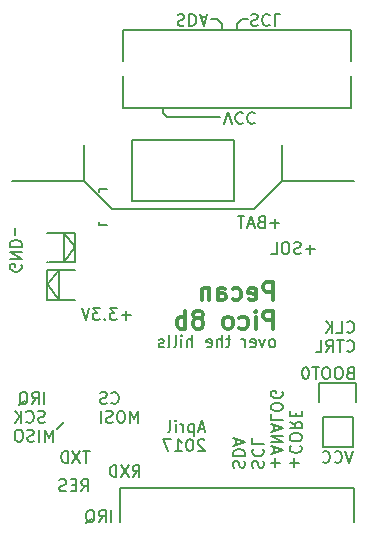
<source format=gbo>
G04 #@! TF.FileFunction,Legend,Bot*
%FSLAX46Y46*%
G04 Gerber Fmt 4.6, Leading zero omitted, Abs format (unit mm)*
G04 Created by KiCad (PCBNEW 4.0.2+dfsg1-stable) date Di 04 Apr 2017 02:29:59 CEST*
%MOMM*%
G01*
G04 APERTURE LIST*
%ADD10C,0.100000*%
%ADD11C,0.200000*%
%ADD12C,0.300000*%
%ADD13C,0.150000*%
G04 APERTURE END LIST*
D10*
D11*
X76404762Y-117252381D02*
X76071429Y-118252381D01*
X75738095Y-117252381D01*
X74833333Y-118157143D02*
X74880952Y-118204762D01*
X75023809Y-118252381D01*
X75119047Y-118252381D01*
X75261905Y-118204762D01*
X75357143Y-118109524D01*
X75404762Y-118014286D01*
X75452381Y-117823810D01*
X75452381Y-117680952D01*
X75404762Y-117490476D01*
X75357143Y-117395238D01*
X75261905Y-117300000D01*
X75119047Y-117252381D01*
X75023809Y-117252381D01*
X74880952Y-117300000D01*
X74833333Y-117347619D01*
X73833333Y-118157143D02*
X73880952Y-118204762D01*
X74023809Y-118252381D01*
X74119047Y-118252381D01*
X74261905Y-118204762D01*
X74357143Y-118109524D01*
X74404762Y-118014286D01*
X74452381Y-117823810D01*
X74452381Y-117680952D01*
X74404762Y-117490476D01*
X74357143Y-117395238D01*
X74261905Y-117300000D01*
X74119047Y-117252381D01*
X74023809Y-117252381D01*
X73880952Y-117300000D01*
X73833333Y-117347619D01*
X60270000Y-88600000D02*
X60270000Y-88200000D01*
X60670000Y-89000000D02*
X60270000Y-88600000D01*
X65170000Y-89000000D02*
X60670000Y-89000000D01*
X65495238Y-89547619D02*
X65828571Y-88547619D01*
X66161905Y-89547619D01*
X67066667Y-88642857D02*
X67019048Y-88595238D01*
X66876191Y-88547619D01*
X66780953Y-88547619D01*
X66638095Y-88595238D01*
X66542857Y-88690476D01*
X66495238Y-88785714D01*
X66447619Y-88976190D01*
X66447619Y-89119048D01*
X66495238Y-89309524D01*
X66542857Y-89404762D01*
X66638095Y-89500000D01*
X66780953Y-89547619D01*
X66876191Y-89547619D01*
X67019048Y-89500000D01*
X67066667Y-89452381D01*
X68066667Y-88642857D02*
X68019048Y-88595238D01*
X67876191Y-88547619D01*
X67780953Y-88547619D01*
X67638095Y-88595238D01*
X67542857Y-88690476D01*
X67495238Y-88785714D01*
X67447619Y-88976190D01*
X67447619Y-89119048D01*
X67495238Y-89309524D01*
X67542857Y-89404762D01*
X67638095Y-89500000D01*
X67780953Y-89547619D01*
X67876191Y-89547619D01*
X68019048Y-89500000D01*
X68066667Y-89452381D01*
X66570000Y-81100000D02*
X66570000Y-81600000D01*
X65270000Y-81100000D02*
X65270000Y-81600000D01*
X64870000Y-80700000D02*
X65270000Y-81100000D01*
X64370000Y-80700000D02*
X64870000Y-80700000D01*
X66970000Y-80700000D02*
X66570000Y-81100000D01*
X67470000Y-80700000D02*
X66970000Y-80700000D01*
X67760476Y-80295238D02*
X67903333Y-80247619D01*
X68141429Y-80247619D01*
X68236667Y-80295238D01*
X68284286Y-80342857D01*
X68331905Y-80438095D01*
X68331905Y-80533333D01*
X68284286Y-80628571D01*
X68236667Y-80676190D01*
X68141429Y-80723810D01*
X67950952Y-80771429D01*
X67855714Y-80819048D01*
X67808095Y-80866667D01*
X67760476Y-80961905D01*
X67760476Y-81057143D01*
X67808095Y-81152381D01*
X67855714Y-81200000D01*
X67950952Y-81247619D01*
X68189048Y-81247619D01*
X68331905Y-81200000D01*
X69331905Y-80342857D02*
X69284286Y-80295238D01*
X69141429Y-80247619D01*
X69046191Y-80247619D01*
X68903333Y-80295238D01*
X68808095Y-80390476D01*
X68760476Y-80485714D01*
X68712857Y-80676190D01*
X68712857Y-80819048D01*
X68760476Y-81009524D01*
X68808095Y-81104762D01*
X68903333Y-81200000D01*
X69046191Y-81247619D01*
X69141429Y-81247619D01*
X69284286Y-81200000D01*
X69331905Y-81152381D01*
X70236667Y-80247619D02*
X69760476Y-80247619D01*
X69760476Y-81247619D01*
X61550952Y-80295238D02*
X61693809Y-80247619D01*
X61931905Y-80247619D01*
X62027143Y-80295238D01*
X62074762Y-80342857D01*
X62122381Y-80438095D01*
X62122381Y-80533333D01*
X62074762Y-80628571D01*
X62027143Y-80676190D01*
X61931905Y-80723810D01*
X61741428Y-80771429D01*
X61646190Y-80819048D01*
X61598571Y-80866667D01*
X61550952Y-80961905D01*
X61550952Y-81057143D01*
X61598571Y-81152381D01*
X61646190Y-81200000D01*
X61741428Y-81247619D01*
X61979524Y-81247619D01*
X62122381Y-81200000D01*
X62550952Y-80247619D02*
X62550952Y-81247619D01*
X62789047Y-81247619D01*
X62931905Y-81200000D01*
X63027143Y-81104762D01*
X63074762Y-81009524D01*
X63122381Y-80819048D01*
X63122381Y-80676190D01*
X63074762Y-80485714D01*
X63027143Y-80390476D01*
X62931905Y-80295238D01*
X62789047Y-80247619D01*
X62550952Y-80247619D01*
X63503333Y-80533333D02*
X63979524Y-80533333D01*
X63408095Y-80247619D02*
X63741428Y-81247619D01*
X64074762Y-80247619D01*
X47800000Y-98400000D02*
X47800000Y-99000000D01*
X53600000Y-94400000D02*
X56000000Y-96800000D01*
X70400000Y-94400000D02*
X68000000Y-96800000D01*
X56000000Y-96800000D02*
X68000000Y-96800000D01*
X57742857Y-119452381D02*
X58076191Y-118976190D01*
X58314286Y-119452381D02*
X58314286Y-118452381D01*
X57933333Y-118452381D01*
X57838095Y-118500000D01*
X57790476Y-118547619D01*
X57742857Y-118642857D01*
X57742857Y-118785714D01*
X57790476Y-118880952D01*
X57838095Y-118928571D01*
X57933333Y-118976190D01*
X58314286Y-118976190D01*
X57409524Y-118452381D02*
X56742857Y-119452381D01*
X56742857Y-118452381D02*
X57409524Y-119452381D01*
X56361905Y-119452381D02*
X56361905Y-118452381D01*
X56123810Y-118452381D01*
X55980952Y-118500000D01*
X55885714Y-118595238D01*
X55838095Y-118690476D01*
X55790476Y-118880952D01*
X55790476Y-119023810D01*
X55838095Y-119214286D01*
X55885714Y-119309524D01*
X55980952Y-119404762D01*
X56123810Y-119452381D01*
X56361905Y-119452381D01*
X57561905Y-105771429D02*
X56800000Y-105771429D01*
X57180952Y-106152381D02*
X57180952Y-105390476D01*
X56419048Y-105152381D02*
X55800000Y-105152381D01*
X56133334Y-105533333D01*
X55990476Y-105533333D01*
X55895238Y-105580952D01*
X55847619Y-105628571D01*
X55800000Y-105723810D01*
X55800000Y-105961905D01*
X55847619Y-106057143D01*
X55895238Y-106104762D01*
X55990476Y-106152381D01*
X56276191Y-106152381D01*
X56371429Y-106104762D01*
X56419048Y-106057143D01*
X55371429Y-106057143D02*
X55323810Y-106104762D01*
X55371429Y-106152381D01*
X55419048Y-106104762D01*
X55371429Y-106057143D01*
X55371429Y-106152381D01*
X54990477Y-105152381D02*
X54371429Y-105152381D01*
X54704763Y-105533333D01*
X54561905Y-105533333D01*
X54466667Y-105580952D01*
X54419048Y-105628571D01*
X54371429Y-105723810D01*
X54371429Y-105961905D01*
X54419048Y-106057143D01*
X54466667Y-106104762D01*
X54561905Y-106152381D01*
X54847620Y-106152381D01*
X54942858Y-106104762D01*
X54990477Y-106057143D01*
X54085715Y-105152381D02*
X53752382Y-106152381D01*
X53419048Y-105152381D01*
D12*
X69642857Y-104478571D02*
X69642857Y-102978571D01*
X69071429Y-102978571D01*
X68928571Y-103050000D01*
X68857143Y-103121429D01*
X68785714Y-103264286D01*
X68785714Y-103478571D01*
X68857143Y-103621429D01*
X68928571Y-103692857D01*
X69071429Y-103764286D01*
X69642857Y-103764286D01*
X67571429Y-104407143D02*
X67714286Y-104478571D01*
X68000000Y-104478571D01*
X68142857Y-104407143D01*
X68214286Y-104264286D01*
X68214286Y-103692857D01*
X68142857Y-103550000D01*
X68000000Y-103478571D01*
X67714286Y-103478571D01*
X67571429Y-103550000D01*
X67500000Y-103692857D01*
X67500000Y-103835714D01*
X68214286Y-103978571D01*
X66214286Y-104407143D02*
X66357143Y-104478571D01*
X66642857Y-104478571D01*
X66785715Y-104407143D01*
X66857143Y-104335714D01*
X66928572Y-104192857D01*
X66928572Y-103764286D01*
X66857143Y-103621429D01*
X66785715Y-103550000D01*
X66642857Y-103478571D01*
X66357143Y-103478571D01*
X66214286Y-103550000D01*
X64928572Y-104478571D02*
X64928572Y-103692857D01*
X65000001Y-103550000D01*
X65142858Y-103478571D01*
X65428572Y-103478571D01*
X65571429Y-103550000D01*
X64928572Y-104407143D02*
X65071429Y-104478571D01*
X65428572Y-104478571D01*
X65571429Y-104407143D01*
X65642858Y-104264286D01*
X65642858Y-104121429D01*
X65571429Y-103978571D01*
X65428572Y-103907143D01*
X65071429Y-103907143D01*
X64928572Y-103835714D01*
X64214286Y-103478571D02*
X64214286Y-104478571D01*
X64214286Y-103621429D02*
X64142858Y-103550000D01*
X64000000Y-103478571D01*
X63785715Y-103478571D01*
X63642858Y-103550000D01*
X63571429Y-103692857D01*
X63571429Y-104478571D01*
X69642857Y-106878571D02*
X69642857Y-105378571D01*
X69071429Y-105378571D01*
X68928571Y-105450000D01*
X68857143Y-105521429D01*
X68785714Y-105664286D01*
X68785714Y-105878571D01*
X68857143Y-106021429D01*
X68928571Y-106092857D01*
X69071429Y-106164286D01*
X69642857Y-106164286D01*
X68142857Y-106878571D02*
X68142857Y-105878571D01*
X68142857Y-105378571D02*
X68214286Y-105450000D01*
X68142857Y-105521429D01*
X68071429Y-105450000D01*
X68142857Y-105378571D01*
X68142857Y-105521429D01*
X66785714Y-106807143D02*
X66928571Y-106878571D01*
X67214285Y-106878571D01*
X67357143Y-106807143D01*
X67428571Y-106735714D01*
X67500000Y-106592857D01*
X67500000Y-106164286D01*
X67428571Y-106021429D01*
X67357143Y-105950000D01*
X67214285Y-105878571D01*
X66928571Y-105878571D01*
X66785714Y-105950000D01*
X65928571Y-106878571D02*
X66071429Y-106807143D01*
X66142857Y-106735714D01*
X66214286Y-106592857D01*
X66214286Y-106164286D01*
X66142857Y-106021429D01*
X66071429Y-105950000D01*
X65928571Y-105878571D01*
X65714286Y-105878571D01*
X65571429Y-105950000D01*
X65500000Y-106021429D01*
X65428571Y-106164286D01*
X65428571Y-106592857D01*
X65500000Y-106735714D01*
X65571429Y-106807143D01*
X65714286Y-106878571D01*
X65928571Y-106878571D01*
X63428571Y-106021429D02*
X63571429Y-105950000D01*
X63642857Y-105878571D01*
X63714286Y-105735714D01*
X63714286Y-105664286D01*
X63642857Y-105521429D01*
X63571429Y-105450000D01*
X63428571Y-105378571D01*
X63142857Y-105378571D01*
X63000000Y-105450000D01*
X62928571Y-105521429D01*
X62857143Y-105664286D01*
X62857143Y-105735714D01*
X62928571Y-105878571D01*
X63000000Y-105950000D01*
X63142857Y-106021429D01*
X63428571Y-106021429D01*
X63571429Y-106092857D01*
X63642857Y-106164286D01*
X63714286Y-106307143D01*
X63714286Y-106592857D01*
X63642857Y-106735714D01*
X63571429Y-106807143D01*
X63428571Y-106878571D01*
X63142857Y-106878571D01*
X63000000Y-106807143D01*
X62928571Y-106735714D01*
X62857143Y-106592857D01*
X62857143Y-106307143D01*
X62928571Y-106164286D01*
X63000000Y-106092857D01*
X63142857Y-106021429D01*
X62214286Y-106878571D02*
X62214286Y-105378571D01*
X62214286Y-105950000D02*
X62071429Y-105878571D01*
X61785715Y-105878571D01*
X61642858Y-105950000D01*
X61571429Y-106021429D01*
X61500000Y-106164286D01*
X61500000Y-106592857D01*
X61571429Y-106735714D01*
X61642858Y-106807143D01*
X61785715Y-106878571D01*
X62071429Y-106878571D01*
X62214286Y-106807143D01*
D11*
X48300000Y-101485714D02*
X48347619Y-101580952D01*
X48347619Y-101723809D01*
X48300000Y-101866667D01*
X48204762Y-101961905D01*
X48109524Y-102009524D01*
X47919048Y-102057143D01*
X47776190Y-102057143D01*
X47585714Y-102009524D01*
X47490476Y-101961905D01*
X47395238Y-101866667D01*
X47347619Y-101723809D01*
X47347619Y-101628571D01*
X47395238Y-101485714D01*
X47442857Y-101438095D01*
X47776190Y-101438095D01*
X47776190Y-101628571D01*
X47347619Y-101009524D02*
X48347619Y-101009524D01*
X47347619Y-100438095D01*
X48347619Y-100438095D01*
X47347619Y-99961905D02*
X48347619Y-99961905D01*
X48347619Y-99723810D01*
X48300000Y-99580952D01*
X48204762Y-99485714D01*
X48109524Y-99438095D01*
X47919048Y-99390476D01*
X47776190Y-99390476D01*
X47585714Y-99438095D01*
X47490476Y-99485714D01*
X47395238Y-99580952D01*
X47347619Y-99723810D01*
X47347619Y-99961905D01*
X69828571Y-118611905D02*
X69828571Y-117850000D01*
X69447619Y-118230952D02*
X70209524Y-118230952D01*
X69733333Y-117421429D02*
X69733333Y-116945238D01*
X69447619Y-117516667D02*
X70447619Y-117183334D01*
X69447619Y-116850000D01*
X69447619Y-116516667D02*
X70447619Y-116516667D01*
X69447619Y-115945238D01*
X70447619Y-115945238D01*
X69733333Y-115516667D02*
X69733333Y-115040476D01*
X69447619Y-115611905D02*
X70447619Y-115278572D01*
X69447619Y-114945238D01*
X69447619Y-114135714D02*
X69447619Y-114611905D01*
X70447619Y-114611905D01*
X70447619Y-113611905D02*
X70447619Y-113421428D01*
X70400000Y-113326190D01*
X70304762Y-113230952D01*
X70114286Y-113183333D01*
X69780952Y-113183333D01*
X69590476Y-113230952D01*
X69495238Y-113326190D01*
X69447619Y-113421428D01*
X69447619Y-113611905D01*
X69495238Y-113707143D01*
X69590476Y-113802381D01*
X69780952Y-113850000D01*
X70114286Y-113850000D01*
X70304762Y-113802381D01*
X70400000Y-113707143D01*
X70447619Y-113611905D01*
X70400000Y-112230952D02*
X70447619Y-112326190D01*
X70447619Y-112469047D01*
X70400000Y-112611905D01*
X70304762Y-112707143D01*
X70209524Y-112754762D01*
X70019048Y-112802381D01*
X69876190Y-112802381D01*
X69685714Y-112754762D01*
X69590476Y-112707143D01*
X69495238Y-112611905D01*
X69447619Y-112469047D01*
X69447619Y-112373809D01*
X69495238Y-112230952D01*
X69542857Y-112183333D01*
X69876190Y-112183333D01*
X69876190Y-112373809D01*
X51900000Y-114800000D02*
X51300000Y-115400000D01*
X54104762Y-117252381D02*
X53533333Y-117252381D01*
X53819048Y-118252381D02*
X53819048Y-117252381D01*
X53295238Y-117252381D02*
X52628571Y-118252381D01*
X52628571Y-117252381D02*
X53295238Y-118252381D01*
X52247619Y-118252381D02*
X52247619Y-117252381D01*
X52009524Y-117252381D01*
X51866666Y-117300000D01*
X51771428Y-117395238D01*
X51723809Y-117490476D01*
X51676190Y-117680952D01*
X51676190Y-117823810D01*
X51723809Y-118014286D01*
X51771428Y-118109524D01*
X51866666Y-118204762D01*
X52009524Y-118252381D01*
X52247619Y-118252381D01*
X50961905Y-116452381D02*
X50961905Y-115452381D01*
X50628571Y-116166667D01*
X50295238Y-115452381D01*
X50295238Y-116452381D01*
X49819048Y-116452381D02*
X49819048Y-115452381D01*
X49390477Y-116404762D02*
X49247620Y-116452381D01*
X49009524Y-116452381D01*
X48914286Y-116404762D01*
X48866667Y-116357143D01*
X48819048Y-116261905D01*
X48819048Y-116166667D01*
X48866667Y-116071429D01*
X48914286Y-116023810D01*
X49009524Y-115976190D01*
X49200001Y-115928571D01*
X49295239Y-115880952D01*
X49342858Y-115833333D01*
X49390477Y-115738095D01*
X49390477Y-115642857D01*
X49342858Y-115547619D01*
X49295239Y-115500000D01*
X49200001Y-115452381D01*
X48961905Y-115452381D01*
X48819048Y-115500000D01*
X48200001Y-115452381D02*
X48009524Y-115452381D01*
X47914286Y-115500000D01*
X47819048Y-115595238D01*
X47771429Y-115785714D01*
X47771429Y-116119048D01*
X47819048Y-116309524D01*
X47914286Y-116404762D01*
X48009524Y-116452381D01*
X48200001Y-116452381D01*
X48295239Y-116404762D01*
X48390477Y-116309524D01*
X48438096Y-116119048D01*
X48438096Y-115785714D01*
X48390477Y-115595238D01*
X48295239Y-115500000D01*
X48200001Y-115452381D01*
X63809524Y-115366667D02*
X63333333Y-115366667D01*
X63904762Y-115652381D02*
X63571429Y-114652381D01*
X63238095Y-115652381D01*
X62904762Y-114985714D02*
X62904762Y-115985714D01*
X62904762Y-115033333D02*
X62809524Y-114985714D01*
X62619047Y-114985714D01*
X62523809Y-115033333D01*
X62476190Y-115080952D01*
X62428571Y-115176190D01*
X62428571Y-115461905D01*
X62476190Y-115557143D01*
X62523809Y-115604762D01*
X62619047Y-115652381D01*
X62809524Y-115652381D01*
X62904762Y-115604762D01*
X62000000Y-115652381D02*
X62000000Y-114985714D01*
X62000000Y-115176190D02*
X61952381Y-115080952D01*
X61904762Y-115033333D01*
X61809524Y-114985714D01*
X61714285Y-114985714D01*
X61380952Y-115652381D02*
X61380952Y-114985714D01*
X61380952Y-114652381D02*
X61428571Y-114700000D01*
X61380952Y-114747619D01*
X61333333Y-114700000D01*
X61380952Y-114652381D01*
X61380952Y-114747619D01*
X60761905Y-115652381D02*
X60857143Y-115604762D01*
X60904762Y-115509524D01*
X60904762Y-114652381D01*
X63809524Y-116347619D02*
X63761905Y-116300000D01*
X63666667Y-116252381D01*
X63428571Y-116252381D01*
X63333333Y-116300000D01*
X63285714Y-116347619D01*
X63238095Y-116442857D01*
X63238095Y-116538095D01*
X63285714Y-116680952D01*
X63857143Y-117252381D01*
X63238095Y-117252381D01*
X62619048Y-116252381D02*
X62523809Y-116252381D01*
X62428571Y-116300000D01*
X62380952Y-116347619D01*
X62333333Y-116442857D01*
X62285714Y-116633333D01*
X62285714Y-116871429D01*
X62333333Y-117061905D01*
X62380952Y-117157143D01*
X62428571Y-117204762D01*
X62523809Y-117252381D01*
X62619048Y-117252381D01*
X62714286Y-117204762D01*
X62761905Y-117157143D01*
X62809524Y-117061905D01*
X62857143Y-116871429D01*
X62857143Y-116633333D01*
X62809524Y-116442857D01*
X62761905Y-116347619D01*
X62714286Y-116300000D01*
X62619048Y-116252381D01*
X61333333Y-117252381D02*
X61904762Y-117252381D01*
X61619048Y-117252381D02*
X61619048Y-116252381D01*
X61714286Y-116395238D01*
X61809524Y-116490476D01*
X61904762Y-116538095D01*
X61000000Y-116252381D02*
X60333333Y-116252381D01*
X60761905Y-117252381D01*
X71428571Y-118611905D02*
X71428571Y-117850000D01*
X71047619Y-118230952D02*
X71809524Y-118230952D01*
X71142857Y-116802381D02*
X71095238Y-116850000D01*
X71047619Y-116992857D01*
X71047619Y-117088095D01*
X71095238Y-117230953D01*
X71190476Y-117326191D01*
X71285714Y-117373810D01*
X71476190Y-117421429D01*
X71619048Y-117421429D01*
X71809524Y-117373810D01*
X71904762Y-117326191D01*
X72000000Y-117230953D01*
X72047619Y-117088095D01*
X72047619Y-116992857D01*
X72000000Y-116850000D01*
X71952381Y-116802381D01*
X72047619Y-116183334D02*
X72047619Y-115992857D01*
X72000000Y-115897619D01*
X71904762Y-115802381D01*
X71714286Y-115754762D01*
X71380952Y-115754762D01*
X71190476Y-115802381D01*
X71095238Y-115897619D01*
X71047619Y-115992857D01*
X71047619Y-116183334D01*
X71095238Y-116278572D01*
X71190476Y-116373810D01*
X71380952Y-116421429D01*
X71714286Y-116421429D01*
X71904762Y-116373810D01*
X72000000Y-116278572D01*
X72047619Y-116183334D01*
X71047619Y-114754762D02*
X71523810Y-115088096D01*
X71047619Y-115326191D02*
X72047619Y-115326191D01*
X72047619Y-114945238D01*
X72000000Y-114850000D01*
X71952381Y-114802381D01*
X71857143Y-114754762D01*
X71714286Y-114754762D01*
X71619048Y-114802381D01*
X71571429Y-114850000D01*
X71523810Y-114945238D01*
X71523810Y-115326191D01*
X71571429Y-114326191D02*
X71571429Y-113992857D01*
X71047619Y-113850000D02*
X71047619Y-114326191D01*
X72047619Y-114326191D01*
X72047619Y-113850000D01*
X75890476Y-107157143D02*
X75938095Y-107204762D01*
X76080952Y-107252381D01*
X76176190Y-107252381D01*
X76319048Y-107204762D01*
X76414286Y-107109524D01*
X76461905Y-107014286D01*
X76509524Y-106823810D01*
X76509524Y-106680952D01*
X76461905Y-106490476D01*
X76414286Y-106395238D01*
X76319048Y-106300000D01*
X76176190Y-106252381D01*
X76080952Y-106252381D01*
X75938095Y-106300000D01*
X75890476Y-106347619D01*
X74985714Y-107252381D02*
X75461905Y-107252381D01*
X75461905Y-106252381D01*
X74652381Y-107252381D02*
X74652381Y-106252381D01*
X74080952Y-107252381D02*
X74509524Y-106680952D01*
X74080952Y-106252381D02*
X74652381Y-106823810D01*
X75890476Y-108757143D02*
X75938095Y-108804762D01*
X76080952Y-108852381D01*
X76176190Y-108852381D01*
X76319048Y-108804762D01*
X76414286Y-108709524D01*
X76461905Y-108614286D01*
X76509524Y-108423810D01*
X76509524Y-108280952D01*
X76461905Y-108090476D01*
X76414286Y-107995238D01*
X76319048Y-107900000D01*
X76176190Y-107852381D01*
X76080952Y-107852381D01*
X75938095Y-107900000D01*
X75890476Y-107947619D01*
X75604762Y-107852381D02*
X75033333Y-107852381D01*
X75319048Y-108852381D02*
X75319048Y-107852381D01*
X74128571Y-108852381D02*
X74461905Y-108376190D01*
X74700000Y-108852381D02*
X74700000Y-107852381D01*
X74319047Y-107852381D01*
X74223809Y-107900000D01*
X74176190Y-107947619D01*
X74128571Y-108042857D01*
X74128571Y-108185714D01*
X74176190Y-108280952D01*
X74223809Y-108328571D01*
X74319047Y-108376190D01*
X74700000Y-108376190D01*
X73223809Y-108852381D02*
X73700000Y-108852381D01*
X73700000Y-107852381D01*
X67895238Y-118659524D02*
X67847619Y-118516667D01*
X67847619Y-118278571D01*
X67895238Y-118183333D01*
X67942857Y-118135714D01*
X68038095Y-118088095D01*
X68133333Y-118088095D01*
X68228571Y-118135714D01*
X68276190Y-118183333D01*
X68323810Y-118278571D01*
X68371429Y-118469048D01*
X68419048Y-118564286D01*
X68466667Y-118611905D01*
X68561905Y-118659524D01*
X68657143Y-118659524D01*
X68752381Y-118611905D01*
X68800000Y-118564286D01*
X68847619Y-118469048D01*
X68847619Y-118230952D01*
X68800000Y-118088095D01*
X67942857Y-117088095D02*
X67895238Y-117135714D01*
X67847619Y-117278571D01*
X67847619Y-117373809D01*
X67895238Y-117516667D01*
X67990476Y-117611905D01*
X68085714Y-117659524D01*
X68276190Y-117707143D01*
X68419048Y-117707143D01*
X68609524Y-117659524D01*
X68704762Y-117611905D01*
X68800000Y-117516667D01*
X68847619Y-117373809D01*
X68847619Y-117278571D01*
X68800000Y-117135714D01*
X68752381Y-117088095D01*
X67847619Y-116183333D02*
X67847619Y-116659524D01*
X68847619Y-116659524D01*
X66295238Y-118659524D02*
X66247619Y-118516667D01*
X66247619Y-118278571D01*
X66295238Y-118183333D01*
X66342857Y-118135714D01*
X66438095Y-118088095D01*
X66533333Y-118088095D01*
X66628571Y-118135714D01*
X66676190Y-118183333D01*
X66723810Y-118278571D01*
X66771429Y-118469048D01*
X66819048Y-118564286D01*
X66866667Y-118611905D01*
X66961905Y-118659524D01*
X67057143Y-118659524D01*
X67152381Y-118611905D01*
X67200000Y-118564286D01*
X67247619Y-118469048D01*
X67247619Y-118230952D01*
X67200000Y-118088095D01*
X66247619Y-117659524D02*
X67247619Y-117659524D01*
X67247619Y-117421429D01*
X67200000Y-117278571D01*
X67104762Y-117183333D01*
X67009524Y-117135714D01*
X66819048Y-117088095D01*
X66676190Y-117088095D01*
X66485714Y-117135714D01*
X66390476Y-117183333D01*
X66295238Y-117278571D01*
X66247619Y-117421429D01*
X66247619Y-117659524D01*
X66533333Y-116707143D02*
X66533333Y-116230952D01*
X66247619Y-116802381D02*
X67247619Y-116469048D01*
X66247619Y-116135714D01*
X55923809Y-123252381D02*
X55923809Y-122252381D01*
X54876190Y-123252381D02*
X55209524Y-122776190D01*
X55447619Y-123252381D02*
X55447619Y-122252381D01*
X55066666Y-122252381D01*
X54971428Y-122300000D01*
X54923809Y-122347619D01*
X54876190Y-122442857D01*
X54876190Y-122585714D01*
X54923809Y-122680952D01*
X54971428Y-122728571D01*
X55066666Y-122776190D01*
X55447619Y-122776190D01*
X53780952Y-123347619D02*
X53876190Y-123300000D01*
X53971428Y-123204762D01*
X54114285Y-123061905D01*
X54209524Y-123014286D01*
X54304762Y-123014286D01*
X54257143Y-123252381D02*
X54352381Y-123204762D01*
X54447619Y-123109524D01*
X54495238Y-122919048D01*
X54495238Y-122585714D01*
X54447619Y-122395238D01*
X54352381Y-122300000D01*
X54257143Y-122252381D01*
X54066666Y-122252381D01*
X53971428Y-122300000D01*
X53876190Y-122395238D01*
X53828571Y-122585714D01*
X53828571Y-122919048D01*
X53876190Y-123109524D01*
X53971428Y-123204762D01*
X54066666Y-123252381D01*
X54257143Y-123252381D01*
X53390476Y-120652381D02*
X53723810Y-120176190D01*
X53961905Y-120652381D02*
X53961905Y-119652381D01*
X53580952Y-119652381D01*
X53485714Y-119700000D01*
X53438095Y-119747619D01*
X53390476Y-119842857D01*
X53390476Y-119985714D01*
X53438095Y-120080952D01*
X53485714Y-120128571D01*
X53580952Y-120176190D01*
X53961905Y-120176190D01*
X52961905Y-120128571D02*
X52628571Y-120128571D01*
X52485714Y-120652381D02*
X52961905Y-120652381D01*
X52961905Y-119652381D01*
X52485714Y-119652381D01*
X52104762Y-120604762D02*
X51961905Y-120652381D01*
X51723809Y-120652381D01*
X51628571Y-120604762D01*
X51580952Y-120557143D01*
X51533333Y-120461905D01*
X51533333Y-120366667D01*
X51580952Y-120271429D01*
X51628571Y-120223810D01*
X51723809Y-120176190D01*
X51914286Y-120128571D01*
X52009524Y-120080952D01*
X52057143Y-120033333D01*
X52104762Y-119938095D01*
X52104762Y-119842857D01*
X52057143Y-119747619D01*
X52009524Y-119700000D01*
X51914286Y-119652381D01*
X51676190Y-119652381D01*
X51533333Y-119700000D01*
X55942857Y-113157143D02*
X55990476Y-113204762D01*
X56133333Y-113252381D01*
X56228571Y-113252381D01*
X56371429Y-113204762D01*
X56466667Y-113109524D01*
X56514286Y-113014286D01*
X56561905Y-112823810D01*
X56561905Y-112680952D01*
X56514286Y-112490476D01*
X56466667Y-112395238D01*
X56371429Y-112300000D01*
X56228571Y-112252381D01*
X56133333Y-112252381D01*
X55990476Y-112300000D01*
X55942857Y-112347619D01*
X55561905Y-113204762D02*
X55419048Y-113252381D01*
X55180952Y-113252381D01*
X55085714Y-113204762D01*
X55038095Y-113157143D01*
X54990476Y-113061905D01*
X54990476Y-112966667D01*
X55038095Y-112871429D01*
X55085714Y-112823810D01*
X55180952Y-112776190D01*
X55371429Y-112728571D01*
X55466667Y-112680952D01*
X55514286Y-112633333D01*
X55561905Y-112538095D01*
X55561905Y-112442857D01*
X55514286Y-112347619D01*
X55466667Y-112300000D01*
X55371429Y-112252381D01*
X55133333Y-112252381D01*
X54990476Y-112300000D01*
X58180952Y-114852381D02*
X58180952Y-113852381D01*
X57847618Y-114566667D01*
X57514285Y-113852381D01*
X57514285Y-114852381D01*
X56847619Y-113852381D02*
X56657142Y-113852381D01*
X56561904Y-113900000D01*
X56466666Y-113995238D01*
X56419047Y-114185714D01*
X56419047Y-114519048D01*
X56466666Y-114709524D01*
X56561904Y-114804762D01*
X56657142Y-114852381D01*
X56847619Y-114852381D01*
X56942857Y-114804762D01*
X57038095Y-114709524D01*
X57085714Y-114519048D01*
X57085714Y-114185714D01*
X57038095Y-113995238D01*
X56942857Y-113900000D01*
X56847619Y-113852381D01*
X56038095Y-114804762D02*
X55895238Y-114852381D01*
X55657142Y-114852381D01*
X55561904Y-114804762D01*
X55514285Y-114757143D01*
X55466666Y-114661905D01*
X55466666Y-114566667D01*
X55514285Y-114471429D01*
X55561904Y-114423810D01*
X55657142Y-114376190D01*
X55847619Y-114328571D01*
X55942857Y-114280952D01*
X55990476Y-114233333D01*
X56038095Y-114138095D01*
X56038095Y-114042857D01*
X55990476Y-113947619D01*
X55942857Y-113900000D01*
X55847619Y-113852381D01*
X55609523Y-113852381D01*
X55466666Y-113900000D01*
X55038095Y-114852381D02*
X55038095Y-113852381D01*
X50309524Y-114804762D02*
X50166667Y-114852381D01*
X49928571Y-114852381D01*
X49833333Y-114804762D01*
X49785714Y-114757143D01*
X49738095Y-114661905D01*
X49738095Y-114566667D01*
X49785714Y-114471429D01*
X49833333Y-114423810D01*
X49928571Y-114376190D01*
X50119048Y-114328571D01*
X50214286Y-114280952D01*
X50261905Y-114233333D01*
X50309524Y-114138095D01*
X50309524Y-114042857D01*
X50261905Y-113947619D01*
X50214286Y-113900000D01*
X50119048Y-113852381D01*
X49880952Y-113852381D01*
X49738095Y-113900000D01*
X48738095Y-114757143D02*
X48785714Y-114804762D01*
X48928571Y-114852381D01*
X49023809Y-114852381D01*
X49166667Y-114804762D01*
X49261905Y-114709524D01*
X49309524Y-114614286D01*
X49357143Y-114423810D01*
X49357143Y-114280952D01*
X49309524Y-114090476D01*
X49261905Y-113995238D01*
X49166667Y-113900000D01*
X49023809Y-113852381D01*
X48928571Y-113852381D01*
X48785714Y-113900000D01*
X48738095Y-113947619D01*
X48309524Y-114852381D02*
X48309524Y-113852381D01*
X47738095Y-114852381D02*
X48166667Y-114280952D01*
X47738095Y-113852381D02*
X48309524Y-114423810D01*
X50261905Y-113252381D02*
X50261905Y-112252381D01*
X49214286Y-113252381D02*
X49547620Y-112776190D01*
X49785715Y-113252381D02*
X49785715Y-112252381D01*
X49404762Y-112252381D01*
X49309524Y-112300000D01*
X49261905Y-112347619D01*
X49214286Y-112442857D01*
X49214286Y-112585714D01*
X49261905Y-112680952D01*
X49309524Y-112728571D01*
X49404762Y-112776190D01*
X49785715Y-112776190D01*
X48119048Y-113347619D02*
X48214286Y-113300000D01*
X48309524Y-113204762D01*
X48452381Y-113061905D01*
X48547620Y-113014286D01*
X48642858Y-113014286D01*
X48595239Y-113252381D02*
X48690477Y-113204762D01*
X48785715Y-113109524D01*
X48833334Y-112919048D01*
X48833334Y-112585714D01*
X48785715Y-112395238D01*
X48690477Y-112300000D01*
X48595239Y-112252381D01*
X48404762Y-112252381D01*
X48309524Y-112300000D01*
X48214286Y-112395238D01*
X48166667Y-112585714D01*
X48166667Y-112919048D01*
X48214286Y-113109524D01*
X48309524Y-113204762D01*
X48404762Y-113252381D01*
X48595239Y-113252381D01*
X69619048Y-108452381D02*
X69714286Y-108404762D01*
X69761905Y-108357143D01*
X69809524Y-108261905D01*
X69809524Y-107976190D01*
X69761905Y-107880952D01*
X69714286Y-107833333D01*
X69619048Y-107785714D01*
X69476190Y-107785714D01*
X69380952Y-107833333D01*
X69333333Y-107880952D01*
X69285714Y-107976190D01*
X69285714Y-108261905D01*
X69333333Y-108357143D01*
X69380952Y-108404762D01*
X69476190Y-108452381D01*
X69619048Y-108452381D01*
X68952381Y-107785714D02*
X68714286Y-108452381D01*
X68476190Y-107785714D01*
X67714285Y-108404762D02*
X67809523Y-108452381D01*
X68000000Y-108452381D01*
X68095238Y-108404762D01*
X68142857Y-108309524D01*
X68142857Y-107928571D01*
X68095238Y-107833333D01*
X68000000Y-107785714D01*
X67809523Y-107785714D01*
X67714285Y-107833333D01*
X67666666Y-107928571D01*
X67666666Y-108023810D01*
X68142857Y-108119048D01*
X67238095Y-108452381D02*
X67238095Y-107785714D01*
X67238095Y-107976190D02*
X67190476Y-107880952D01*
X67142857Y-107833333D01*
X67047619Y-107785714D01*
X66952380Y-107785714D01*
X65999999Y-107785714D02*
X65619047Y-107785714D01*
X65857142Y-107452381D02*
X65857142Y-108309524D01*
X65809523Y-108404762D01*
X65714285Y-108452381D01*
X65619047Y-108452381D01*
X65285713Y-108452381D02*
X65285713Y-107452381D01*
X64857141Y-108452381D02*
X64857141Y-107928571D01*
X64904760Y-107833333D01*
X64999998Y-107785714D01*
X65142856Y-107785714D01*
X65238094Y-107833333D01*
X65285713Y-107880952D01*
X63999998Y-108404762D02*
X64095236Y-108452381D01*
X64285713Y-108452381D01*
X64380951Y-108404762D01*
X64428570Y-108309524D01*
X64428570Y-107928571D01*
X64380951Y-107833333D01*
X64285713Y-107785714D01*
X64095236Y-107785714D01*
X63999998Y-107833333D01*
X63952379Y-107928571D01*
X63952379Y-108023810D01*
X64428570Y-108119048D01*
X62761903Y-108452381D02*
X62761903Y-107452381D01*
X62333331Y-108452381D02*
X62333331Y-107928571D01*
X62380950Y-107833333D01*
X62476188Y-107785714D01*
X62619046Y-107785714D01*
X62714284Y-107833333D01*
X62761903Y-107880952D01*
X61857141Y-108452381D02*
X61857141Y-107785714D01*
X61857141Y-107452381D02*
X61904760Y-107500000D01*
X61857141Y-107547619D01*
X61809522Y-107500000D01*
X61857141Y-107452381D01*
X61857141Y-107547619D01*
X61238094Y-108452381D02*
X61333332Y-108404762D01*
X61380951Y-108309524D01*
X61380951Y-107452381D01*
X60714284Y-108452381D02*
X60809522Y-108404762D01*
X60857141Y-108309524D01*
X60857141Y-107452381D01*
X60380950Y-108404762D02*
X60285712Y-108452381D01*
X60095236Y-108452381D01*
X59999997Y-108404762D01*
X59952378Y-108309524D01*
X59952378Y-108261905D01*
X59999997Y-108166667D01*
X60095236Y-108119048D01*
X60238093Y-108119048D01*
X60333331Y-108071429D01*
X60380950Y-107976190D01*
X60380950Y-107928571D01*
X60333331Y-107833333D01*
X60238093Y-107785714D01*
X60095236Y-107785714D01*
X59999997Y-107833333D01*
X70400000Y-94400000D02*
X70400000Y-91300000D01*
X70400000Y-94400000D02*
X76500000Y-94400000D01*
X53600000Y-94400000D02*
X53600000Y-91300000D01*
X53600000Y-94400000D02*
X47500000Y-94400000D01*
X73161905Y-100171429D02*
X72400000Y-100171429D01*
X72780952Y-100552381D02*
X72780952Y-99790476D01*
X71971429Y-100504762D02*
X71828572Y-100552381D01*
X71590476Y-100552381D01*
X71495238Y-100504762D01*
X71447619Y-100457143D01*
X71400000Y-100361905D01*
X71400000Y-100266667D01*
X71447619Y-100171429D01*
X71495238Y-100123810D01*
X71590476Y-100076190D01*
X71780953Y-100028571D01*
X71876191Y-99980952D01*
X71923810Y-99933333D01*
X71971429Y-99838095D01*
X71971429Y-99742857D01*
X71923810Y-99647619D01*
X71876191Y-99600000D01*
X71780953Y-99552381D01*
X71542857Y-99552381D01*
X71400000Y-99600000D01*
X70780953Y-99552381D02*
X70590476Y-99552381D01*
X70495238Y-99600000D01*
X70400000Y-99695238D01*
X70352381Y-99885714D01*
X70352381Y-100219048D01*
X70400000Y-100409524D01*
X70495238Y-100504762D01*
X70590476Y-100552381D01*
X70780953Y-100552381D01*
X70876191Y-100504762D01*
X70971429Y-100409524D01*
X71019048Y-100219048D01*
X71019048Y-99885714D01*
X70971429Y-99695238D01*
X70876191Y-99600000D01*
X70780953Y-99552381D01*
X69447619Y-100552381D02*
X69923810Y-100552381D01*
X69923810Y-99552381D01*
X70161905Y-97971429D02*
X69400000Y-97971429D01*
X69780952Y-98352381D02*
X69780952Y-97590476D01*
X68590476Y-97828571D02*
X68447619Y-97876190D01*
X68400000Y-97923810D01*
X68352381Y-98019048D01*
X68352381Y-98161905D01*
X68400000Y-98257143D01*
X68447619Y-98304762D01*
X68542857Y-98352381D01*
X68923810Y-98352381D01*
X68923810Y-97352381D01*
X68590476Y-97352381D01*
X68495238Y-97400000D01*
X68447619Y-97447619D01*
X68400000Y-97542857D01*
X68400000Y-97638095D01*
X68447619Y-97733333D01*
X68495238Y-97780952D01*
X68590476Y-97828571D01*
X68923810Y-97828571D01*
X67971429Y-98066667D02*
X67495238Y-98066667D01*
X68066667Y-98352381D02*
X67733334Y-97352381D01*
X67400000Y-98352381D01*
X67209524Y-97352381D02*
X66638095Y-97352381D01*
X66923810Y-98352381D02*
X66923810Y-97352381D01*
X76128571Y-110628571D02*
X75985714Y-110676190D01*
X75938095Y-110723810D01*
X75890476Y-110819048D01*
X75890476Y-110961905D01*
X75938095Y-111057143D01*
X75985714Y-111104762D01*
X76080952Y-111152381D01*
X76461905Y-111152381D01*
X76461905Y-110152381D01*
X76128571Y-110152381D01*
X76033333Y-110200000D01*
X75985714Y-110247619D01*
X75938095Y-110342857D01*
X75938095Y-110438095D01*
X75985714Y-110533333D01*
X76033333Y-110580952D01*
X76128571Y-110628571D01*
X76461905Y-110628571D01*
X75271429Y-110152381D02*
X75080952Y-110152381D01*
X74985714Y-110200000D01*
X74890476Y-110295238D01*
X74842857Y-110485714D01*
X74842857Y-110819048D01*
X74890476Y-111009524D01*
X74985714Y-111104762D01*
X75080952Y-111152381D01*
X75271429Y-111152381D01*
X75366667Y-111104762D01*
X75461905Y-111009524D01*
X75509524Y-110819048D01*
X75509524Y-110485714D01*
X75461905Y-110295238D01*
X75366667Y-110200000D01*
X75271429Y-110152381D01*
X74223810Y-110152381D02*
X74033333Y-110152381D01*
X73938095Y-110200000D01*
X73842857Y-110295238D01*
X73795238Y-110485714D01*
X73795238Y-110819048D01*
X73842857Y-111009524D01*
X73938095Y-111104762D01*
X74033333Y-111152381D01*
X74223810Y-111152381D01*
X74319048Y-111104762D01*
X74414286Y-111009524D01*
X74461905Y-110819048D01*
X74461905Y-110485714D01*
X74414286Y-110295238D01*
X74319048Y-110200000D01*
X74223810Y-110152381D01*
X73509524Y-110152381D02*
X72938095Y-110152381D01*
X73223810Y-111152381D02*
X73223810Y-110152381D01*
X72414286Y-110152381D02*
X72319047Y-110152381D01*
X72223809Y-110200000D01*
X72176190Y-110247619D01*
X72128571Y-110342857D01*
X72080952Y-110533333D01*
X72080952Y-110771429D01*
X72128571Y-110961905D01*
X72176190Y-111057143D01*
X72223809Y-111104762D01*
X72319047Y-111152381D01*
X72414286Y-111152381D01*
X72509524Y-111104762D01*
X72557143Y-111057143D01*
X72604762Y-110961905D01*
X72652381Y-110771429D01*
X72652381Y-110533333D01*
X72604762Y-110342857D01*
X72557143Y-110247619D01*
X72509524Y-110200000D01*
X72414286Y-110152381D01*
D13*
X52850620Y-100000000D02*
X51900660Y-98750320D01*
X51900660Y-98750320D02*
X51900660Y-101249680D01*
X51900660Y-101249680D02*
X52898880Y-100000000D01*
X52898880Y-98750320D02*
X52898880Y-101249680D01*
X50600180Y-98750320D02*
X50501120Y-98750320D01*
X50600180Y-101249680D02*
X50501120Y-101249680D01*
X52898880Y-98750320D02*
X50549380Y-98750320D01*
X52898880Y-101249680D02*
X50650980Y-101249680D01*
X54849760Y-97899160D02*
X54849760Y-97850900D01*
X55550800Y-95100180D02*
X54849760Y-95100180D01*
X54849760Y-95100180D02*
X54849760Y-95349100D01*
X54849760Y-97899160D02*
X54849760Y-98099820D01*
X54849760Y-98099820D02*
X55550800Y-98099820D01*
X50549380Y-103200000D02*
X51499340Y-104449680D01*
X51499340Y-104449680D02*
X51499340Y-101950320D01*
X51499340Y-101950320D02*
X50501120Y-103200000D01*
X50501120Y-104449680D02*
X50501120Y-101950320D01*
X52799820Y-104449680D02*
X52898880Y-104449680D01*
X52799820Y-101950320D02*
X52898880Y-101950320D01*
X50501120Y-104449680D02*
X52850620Y-104449680D01*
X50501120Y-101950320D02*
X52749020Y-101950320D01*
X73830000Y-114330000D02*
X73830000Y-116870000D01*
X73550000Y-111510000D02*
X73550000Y-113060000D01*
X73830000Y-114330000D02*
X76370000Y-114330000D01*
X76650000Y-113060000D02*
X76650000Y-111510000D01*
X76650000Y-111510000D02*
X73550000Y-111510000D01*
X76370000Y-114330000D02*
X76370000Y-116870000D01*
X76370000Y-116870000D02*
X73830000Y-116870000D01*
D11*
X56679000Y-120372000D02*
X56679000Y-123293000D01*
X76491000Y-120372000D02*
X76491000Y-123293000D01*
X56679000Y-120372000D02*
X76491000Y-120372000D01*
D13*
X57649100Y-96100000D02*
X66349100Y-96100000D01*
X66350000Y-96100000D02*
X66350000Y-90925000D01*
X66350000Y-90925000D02*
X57650000Y-90925000D01*
X57649100Y-90925000D02*
X57649100Y-96100000D01*
D11*
X76237000Y-88202000D02*
X76237000Y-85535000D01*
X76237000Y-81598000D02*
X76237000Y-84265000D01*
X56933000Y-88202000D02*
X56933000Y-85535000D01*
X56933000Y-81598000D02*
X56933000Y-84265000D01*
X76237000Y-88202000D02*
X56933000Y-88202000D01*
X56933000Y-81598000D02*
X76237000Y-81598000D01*
M02*

</source>
